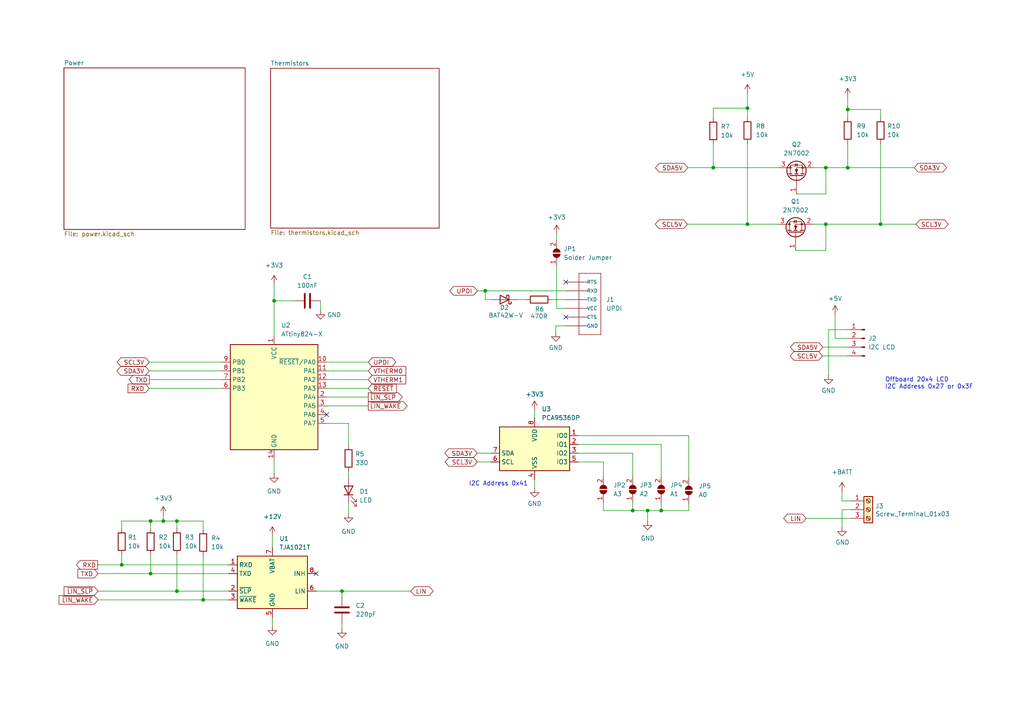
<source format=kicad_sch>
(kicad_sch (version 20211123) (generator eeschema)
  (paper "A4")
  (title_block (title "LINBus Coolant Temperature") (date "2023-02-18") (rev "1.0") (company "Gavin Hurlbut"))
  (lib_symbols
    (symbol "Beirdo:FTDI_BASICPTH" (pin_numbers hide) (pin_names (offset 1.016))
      (property "Reference" "J" (at -5.08 10.922 0))
      (property "Value" "FTDI_BASICPTH" (at -5.08 -10.16 0))
      (symbol "FTDI_BASICPTH_1_0"
        (polyline (pts (xy -5.08 10.16) (xy -5.08 -7.62)))
        (polyline (pts (xy -5.08 10.16) (xy 1.27 10.16)))
        (polyline (pts (xy -1.27 -5.08) (xy 0 -5.08)))
        (polyline (pts (xy -1.27 -2.54) (xy 0 -2.54)))
        (polyline (pts (xy -1.27 0) (xy 0 0)))
        (polyline (pts (xy -1.27 2.54) (xy 0 2.54)))
        (polyline (pts (xy -1.27 5.08) (xy 0 5.08)))
        (polyline (pts (xy -1.27 7.62) (xy 0 7.62)))
        (polyline (pts (xy 1.27 -7.62) (xy -5.08 -7.62)))
        (polyline (pts (xy 1.27 -7.62) (xy 1.27 10.16)))
      )
      (symbol "FTDI_BASICPTH_1_1"
        (pin passive line (at 5.08 -5.08 180) (length 5.08) (name "GND") (number "1"))
        (pin passive line (at 5.08 -2.54 180) (length 5.08) (name "CTS") (number "2"))
        (pin passive line (at 5.08 0 180) (length 5.08) (name "VCC") (number "3"))
        (pin passive line (at 5.08 2.54 180) (length 5.08) (name "TXD") (number "4"))
        (pin passive line (at 5.08 5.08 180) (length 5.08) (name "RXD") (number "5"))
        (pin passive line (at 5.08 7.62 180) (length 5.08) (name "RTS") (number "6"))
      )
    )
    (symbol "Connector:Conn_01x04_Male" (pin_names (offset 1.016) hide)
      (property "Reference" "J" (at 0 5.08 0))
      (property "Value" "Conn_01x04_Male" (at 0 -7.62 0))
      (symbol "Conn_01x04_Male_1_1"
        (polyline (pts (xy 1.27 -5.08) (xy 0.8636 -5.08)) (stroke (width 0.1524)))
        (polyline (pts (xy 1.27 -2.54) (xy 0.8636 -2.54)) (stroke (width 0.1524)))
        (polyline (pts (xy 1.27 0) (xy 0.8636 0)) (stroke (width 0.1524)))
        (polyline (pts (xy 1.27 2.54) (xy 0.8636 2.54)) (stroke (width 0.1524)))
        (rectangle (start 0.8636 -4.953) (end 0 -5.207) (stroke (width 0.1524)) (fill (type outline)))
        (rectangle (start 0.8636 -2.413) (end 0 -2.667) (stroke (width 0.1524)) (fill (type outline)))
        (rectangle (start 0.8636 0.127) (end 0 -0.127) (stroke (width 0.1524)) (fill (type outline)))
        (rectangle (start 0.8636 2.667) (end 0 2.413) (stroke (width 0.1524)) (fill (type outline)))
        (pin passive line (at 5.08 2.54 180) (length 3.81) (name "Pin_1") (number "1"))
        (pin passive line (at 5.08 0 180) (length 3.81) (name "Pin_2") (number "2"))
        (pin passive line (at 5.08 -2.54 180) (length 3.81) (name "Pin_3") (number "3"))
        (pin passive line (at 5.08 -5.08 180) (length 3.81) (name "Pin_4") (number "4"))
      )
    )
    (symbol "Connector:Screw_Terminal_01x03" (pin_names (offset 1.016) hide)
      (property "Reference" "J" (at 0 5.08 0))
      (property "Value" "Screw_Terminal_01x03" (at 0 -5.08 0))
      (symbol "Screw_Terminal_01x03_1_1"
        (rectangle (start -1.27 3.81) (end 1.27 -3.81) (stroke (width 0.254)) (fill (type background)))
        (circle (center 0 -2.54) (radius 0.635) (stroke (width 0.1524)))
        (polyline (pts (xy -0.5334 -2.2098) (xy 0.3302 -3.048)) (stroke (width 0.1524)))
        (polyline (pts (xy -0.5334 0.3302) (xy 0.3302 -0.508)) (stroke (width 0.1524)))
        (polyline (pts (xy -0.5334 2.8702) (xy 0.3302 2.032)) (stroke (width 0.1524)))
        (polyline (pts (xy -0.3556 -2.032) (xy 0.508 -2.8702)) (stroke (width 0.1524)))
        (polyline (pts (xy -0.3556 0.508) (xy 0.508 -0.3302)) (stroke (width 0.1524)))
        (polyline (pts (xy -0.3556 3.048) (xy 0.508 2.2098)) (stroke (width 0.1524)))
        (circle (center 0 0) (radius 0.635) (stroke (width 0.1524)))
        (circle (center 0 2.54) (radius 0.635) (stroke (width 0.1524)))
        (pin passive line (at -5.08 2.54 0) (length 3.81) (name "Pin_1") (number "1"))
        (pin passive line (at -5.08 0 0) (length 3.81) (name "Pin_2") (number "2"))
        (pin passive line (at -5.08 -2.54 0) (length 3.81) (name "Pin_3") (number "3"))
      )
    )
    (symbol "Device:C" (pin_numbers hide) (pin_names (offset 0.254))
      (property "Reference" "C" (at 0.635 2.54 0))
      (property "Value" "C" (at 0.635 -2.54 0))
      (symbol "C_0_1"
        (polyline (pts (xy -2.032 -0.762) (xy 2.032 -0.762)) (stroke (width 0.508)))
        (polyline (pts (xy -2.032 0.762) (xy 2.032 0.762)) (stroke (width 0.508)))
      )
      (symbol "C_1_1"
        (pin passive line (at 0 3.81 270) (length 2.794) (name "~") (number "1"))
        (pin passive line (at 0 -3.81 90) (length 2.794) (name "~") (number "2"))
      )
    )
    (symbol "Device:LED" (pin_numbers hide) (pin_names (offset 1.016) hide)
      (property "Reference" "D" (at 0 2.54 0))
      (property "Value" "LED" (at 0 -2.54 0))
      (symbol "LED_0_1"
        (polyline (pts (xy -1.27 -1.27) (xy -1.27 1.27)) (stroke (width 0.254)))
        (polyline (pts (xy -1.27 0) (xy 1.27 0)))
        (polyline (pts (xy 1.27 -1.27) (xy 1.27 1.27) (xy -1.27 0) (xy 1.27 -1.27)) (stroke (width 0.254)))
        (polyline (pts (xy -3.048 -0.762) (xy -4.572 -2.286) (xy -3.81 -2.286) (xy -4.572 -2.286) (xy -4.572 -1.524)))
        (polyline (pts (xy -1.778 -0.762) (xy -3.302 -2.286) (xy -2.54 -2.286) (xy -3.302 -2.286) (xy -3.302 -1.524)))
      )
      (symbol "LED_1_1"
        (pin passive line (at -3.81 0 0) (length 2.54) (name "K") (number "1"))
        (pin passive line (at 3.81 0 180) (length 2.54) (name "A") (number "2"))
      )
    )
    (symbol "Device:R" (pin_numbers hide) (pin_names (offset 0))
      (property "Reference" "R" (at 2.032 0 90))
      (property "Value" "R" (at 0 0 90))
      (symbol "R_0_1"
        (rectangle (start -1.016 -2.54) (end 1.016 2.54) (stroke (width 0.254)))
      )
      (symbol "R_1_1"
        (pin passive line (at 0 3.81 270) (length 1.27) (name "~") (number "1"))
        (pin passive line (at 0 -3.81 90) (length 1.27) (name "~") (number "2"))
      )
    )
    (symbol "Diode:BAT42W-V" (pin_numbers hide) (pin_names (offset 1.016) hide)
      (property "Reference" "D" (at 0 2.54 0))
      (property "Value" "BAT42W-V" (at 0 -2.54 0))
      (symbol "BAT42W-V_0_1"
        (polyline (pts (xy 1.27 0) (xy -1.27 0)))
        (polyline (pts (xy 1.27 1.27) (xy 1.27 -1.27) (xy -1.27 0) (xy 1.27 1.27)) (stroke (width 0.254)))
        (polyline (pts (xy -1.905 0.635) (xy -1.905 1.27) (xy -1.27 1.27) (xy -1.27 -1.27) (xy -0.635 -1.27) (xy -0.635 -0.635)) (stroke (width 0.254)))
      )
      (symbol "BAT42W-V_1_1"
        (pin passive line (at -3.81 0 0) (length 2.54) (name "K") (number "1"))
        (pin passive line (at 3.81 0 180) (length 2.54) (name "A") (number "2"))
      )
    )
    (symbol "GND_1" (power) (pin_names (offset 0))
      (property "Value" "GND_1" (at 0 -3.81 0))
      (symbol "GND_1_0_1"
        (polyline (pts (xy 0 0) (xy 0 -1.27) (xy 1.27 -1.27) (xy 0 -2.54) (xy -1.27 -1.27) (xy 0 -1.27)))
      )
      (symbol "GND_1_1_1"
        (pin power_in line (at 0 0 270) (length 0) hide (name "GND") (number "1"))
      )
    )
    (symbol "Interface_CAN_LIN:TJA1021T"
      (property "Reference" "U" (at -10.16 8.89 0))
      (property "Value" "TJA1021T" (at 1.27 8.89 0))
      (symbol "TJA1021T_0_1"
        (rectangle (start -10.16 7.62) (end 10.16 -7.62) (stroke (width 0.254)) (fill (type background)))
      )
      (symbol "TJA1021T_1_1"
        (pin open_collector line (at -12.7 5.08 0) (length 2.54) (name "RXD") (number "1"))
        (pin input line (at -12.7 -2.54 0) (length 2.54) (name "~{SLP}") (number "2"))
        (pin input line (at -12.7 -5.08 0) (length 2.54) (name "~{WAKE}") (number "3"))
        (pin input line (at -12.7 2.54 0) (length 2.54) (name "TXD") (number "4"))
        (pin power_in line (at 0 -10.16 90) (length 2.54) (name "GND") (number "5"))
        (pin bidirectional line (at 12.7 -2.54 180) (length 2.54) (name "LIN") (number "6"))
        (pin power_in line (at 0 10.16 270) (length 2.54) (name "VBAT") (number "7"))
        (pin output line (at 12.7 2.54 180) (length 2.54) (name "INH") (number "8"))
      )
    )
    (symbol "Interface_Expansion:PCA9536DP"
      (property "Reference" "U" (at -8.89 6.35 0))
      (property "Value" "PCA9536DP" (at 6.35 6.35 0))
      (symbol "PCA9536DP_0_1"
        (rectangle (start -10.16 5.08) (end 10.16 -7.62) (stroke (width 0.254)) (fill (type background)))
      )
      (symbol "PCA9536DP_1_1"
        (pin bidirectional line (at 12.7 2.54 180) (length 2.54) (name "IO0") (number "1"))
        (pin bidirectional line (at 12.7 0 180) (length 2.54) (name "IO1") (number "2"))
        (pin bidirectional line (at 12.7 -2.54 180) (length 2.54) (name "IO2") (number "3"))
        (pin power_in line (at 0 -10.16 90) (length 2.54) (name "VSS") (number "4"))
        (pin bidirectional line (at 12.7 -5.08 180) (length 2.54) (name "IO3") (number "5"))
        (pin input line (at -12.7 -5.08 0) (length 2.54) (name "SCL") (number "6"))
        (pin bidirectional line (at -12.7 -2.54 0) (length 2.54) (name "SDA") (number "7"))
        (pin power_in line (at 0 7.62 270) (length 2.54) (name "VDD") (number "8"))
      )
    )
    (symbol "Jumper:SolderJumper_2_Open" (pin_names (offset 0) hide)
      (property "Reference" "JP" (at 0 2.032 0))
      (property "Value" "SolderJumper_2_Open" (at 0 -2.54 0))
      (symbol "SolderJumper_2_Open_0_1"
        (arc (start -0.254 1.016) (mid -1.27 0) (end -0.254 -1.016))
        (arc (start -0.254 1.016) (mid -1.27 0) (end -0.254 -1.016) (fill (type outline)))
        (polyline (pts (xy -0.254 1.016) (xy -0.254 -1.016)))
        (polyline (pts (xy 0.254 1.016) (xy 0.254 -1.016)))
        (arc (start 0.254 -1.016) (mid 1.27 0) (end 0.254 1.016))
        (arc (start 0.254 -1.016) (mid 1.27 0) (end 0.254 1.016) (fill (type outline)))
      )
      (symbol "SolderJumper_2_Open_1_1"
        (pin passive line (at -3.81 0 0) (length 2.54) (name "A") (number "1"))
        (pin passive line (at 3.81 0 180) (length 2.54) (name "B") (number "2"))
      )
    )
    (symbol "MCU_Microchip_ATtiny:ATtiny824-X"
      (property "Reference" "U" (at -12.7 16.51 0))
      (property "Value" "ATtiny824-X" (at 2.54 -16.51 0))
      (symbol "ATtiny824-X_0_1"
        (rectangle (start -12.7 -15.24) (end 12.7 15.24) (stroke (width 0.254)) (fill (type background)))
      )
      (symbol "ATtiny824-X_1_1"
        (pin power_in line (at 0 17.78 270) (length 2.54) (name "VCC") (number "1"))
        (pin bidirectional line (at 15.24 10.16 180) (length 2.54) (name "~{RESET}/PA0") (number "10"))
        (pin bidirectional line (at 15.24 7.62 180) (length 2.54) (name "PA1") (number "11"))
        (pin bidirectional line (at 15.24 5.08 180) (length 2.54) (name "PA2") (number "12"))
        (pin bidirectional line (at 15.24 2.54 180) (length 2.54) (name "PA3") (number "13"))
        (pin power_in line (at 0 -17.78 90) (length 2.54) (name "GND") (number "14"))
        (pin bidirectional line (at 15.24 0 180) (length 2.54) (name "PA4") (number "2"))
        (pin bidirectional line (at 15.24 -2.54 180) (length 2.54) (name "PA5") (number "3"))
        (pin bidirectional line (at 15.24 -5.08 180) (length 2.54) (name "PA6") (number "4"))
        (pin bidirectional line (at 15.24 -7.62 180) (length 2.54) (name "PA7") (number "5"))
        (pin bidirectional line (at -15.24 2.54 0) (length 2.54) (name "PB3") (number "6"))
        (pin bidirectional line (at -15.24 5.08 0) (length 2.54) (name "PB2") (number "7"))
        (pin bidirectional line (at -15.24 7.62 0) (length 2.54) (name "PB1") (number "8"))
        (pin bidirectional line (at -15.24 10.16 0) (length 2.54) (name "PB0") (number "9"))
      )
    )
    (symbol "Transistor_FET:2N7002" (pin_names hide)
      (property "Reference" "Q" (at 5.08 1.905 0))
      (property "Value" "2N7002" (at 5.08 0 0))
      (symbol "2N7002_0_1"
        (polyline (pts (xy 0.254 0) (xy -2.54 0)))
        (polyline (pts (xy 0.254 1.905) (xy 0.254 -1.905)) (stroke (width 0.254)))
        (polyline (pts (xy 0.762 -1.27) (xy 0.762 -2.286)) (stroke (width 0.254)))
        (polyline (pts (xy 0.762 0.508) (xy 0.762 -0.508)) (stroke (width 0.254)))
        (polyline (pts (xy 0.762 2.286) (xy 0.762 1.27)) (stroke (width 0.254)))
        (polyline (pts (xy 2.54 2.54) (xy 2.54 1.778)))
        (polyline (pts (xy 2.54 -2.54) (xy 2.54 0) (xy 0.762 0)))
        (polyline (pts (xy 0.762 -1.778) (xy 3.302 -1.778) (xy 3.302 1.778) (xy 0.762 1.778)))
        (polyline (pts (xy 1.016 0) (xy 2.032 0.381) (xy 2.032 -0.381) (xy 1.016 0)) (fill (type outline)))
        (polyline (pts (xy 2.794 0.508) (xy 2.921 0.381) (xy 3.683 0.381) (xy 3.81 0.254)))
        (polyline (pts (xy 3.302 0.381) (xy 2.921 -0.254) (xy 3.683 -0.254) (xy 3.302 0.381)))
        (circle (center 1.651 0) (radius 2.794) (stroke (width 0.254)))
        (circle (center 2.54 -1.778) (radius 0.254) (fill (type outline)))
        (circle (center 2.54 1.778) (radius 0.254) (fill (type outline)))
      )
      (symbol "2N7002_1_1"
        (pin input line (at -5.08 0 0) (length 2.54) (name "G") (number "1"))
        (pin passive line (at 2.54 -5.08 90) (length 2.54) (name "S") (number "2"))
        (pin passive line (at 2.54 5.08 270) (length 2.54) (name "D") (number "3"))
      )
    )
    (symbol "power:+12V" (power) (pin_names (offset 0))
      (property "Value" "+12V" (at 0 3.556 0))
      (symbol "+12V_0_1"
        (polyline (pts (xy -0.762 1.27) (xy 0 2.54)))
        (polyline (pts (xy 0 0) (xy 0 2.54)))
        (polyline (pts (xy 0 2.54) (xy 0.762 1.27)))
      )
      (symbol "+12V_1_1"
        (pin power_in line (at 0 0 90) (length 0) hide (name "+12V") (number "1"))
      )
    )
    (symbol "power:+3V3" (power) (pin_names (offset 0))
      (property "Value" "+3V3" (at 0 3.556 0))
      (symbol "+3V3_0_1"
        (polyline (pts (xy -0.762 1.27) (xy 0 2.54)))
        (polyline (pts (xy 0 0) (xy 0 2.54)))
        (polyline (pts (xy 0 2.54) (xy 0.762 1.27)))
      )
      (symbol "+3V3_1_1"
        (pin power_in line (at 0 0 90) (length 0) hide (name "+3V3") (number "1"))
      )
    )
    (symbol "power:+5V" (power) (pin_names (offset 0))
      (property "Value" "+5V" (at 0 3.556 0))
      (symbol "+5V_0_1"
        (polyline (pts (xy -0.762 1.27) (xy 0 2.54)))
        (polyline (pts (xy 0 0) (xy 0 2.54)))
        (polyline (pts (xy 0 2.54) (xy 0.762 1.27)))
      )
      (symbol "+5V_1_1"
        (pin power_in line (at 0 0 90) (length 0) hide (name "+5V") (number "1"))
      )
    )
    (symbol "power:+BATT" (power) (pin_names (offset 0))
      (property "Value" "+BATT" (at 0 3.556 0))
      (symbol "+BATT_0_1"
        (polyline (pts (xy -0.762 1.27) (xy 0 2.54)))
        (polyline (pts (xy 0 0) (xy 0 2.54)))
        (polyline (pts (xy 0 2.54) (xy 0.762 1.27)))
      )
      (symbol "+BATT_1_1"
        (pin power_in line (at 0 0 90) (length 0) hide (name "+BATT") (number "1"))
      )
    )
    (symbol "power:GND" (power) (pin_names (offset 0))
      (property "Value" "GND" (at 0 -3.81 0))
      (symbol "GND_0_1"
        (polyline (pts (xy 0 0) (xy 0 -1.27) (xy 1.27 -1.27) (xy 0 -2.54) (xy -1.27 -1.27) (xy 0 -1.27)))
      )
      (symbol "GND_1_1"
        (pin power_in line (at 0 0 270) (length 0) hide (name "GND") (number "1"))
      )
    )
  )
  (junction (at 239.522 48.641))
  (junction (at 79.502 87.249))
  (junction (at 47.371 151.13))
  (junction (at 216.789 31.369))
  (junction (at 206.883 48.641))
  (junction (at 255.397 65.024))
  (junction (at 43.688 151.13))
  (junction (at 183.515 148.082))
  (junction (at 245.872 31.75))
  (junction (at 43.688 166.37))
  (junction (at 239.522 65.024))
  (junction (at 58.928 173.99))
  (junction (at 35.306 163.83))
  (junction (at 99.187 171.45))
  (junction (at 245.872 48.641))
  (junction (at 51.308 171.45))
  (junction (at 140.7414 84.3534))
  (junction (at 51.308 151.13))
  (junction (at 191.77 148.082))
  (junction (at 187.833 148.082))
  (junction (at 216.789 65.024))
  (no_connect (at 91.694 166.37))
  (no_connect (at 164.1094 91.9734))
  (no_connect (at 164.1094 81.8134))
  (no_connect (at 94.742 120.269))
  (wire (pts (xy 94.742 107.569) (xy 106.807 107.569)))
  (wire (pts (xy 175.006 133.985) (xy 175.006 138.176)))
  (wire (pts (xy 79.502 132.969) (xy 79.502 137.414)))
  (wire (pts (xy 199.771 146.05) (xy 199.771 148.082)))
  (wire (pts (xy 240.3094 108.8136) (xy 240.3094 95.6056)))
  (wire (pts (xy 43.688 166.37) (xy 66.294 166.37)))
  (wire (pts (xy 216.789 65.024) (xy 225.679 65.024)))
  (wire (pts (xy 58.928 161.163) (xy 58.928 173.99)))
  (wire (pts (xy 43.688 151.13) (xy 47.371 151.13)))
  (wire (pts (xy 161.4424 67.8434) (xy 161.4424 69.6214)))
  (wire (pts (xy 58.928 173.99) (xy 66.294 173.99)))
  (wire (pts (xy 47.371 151.13) (xy 51.308 151.13)))
  (wire (pts (xy 164.1094 94.5134) (xy 161.1884 94.5134)))
  (wire (pts (xy 58.928 151.13) (xy 58.928 153.543)))
  (wire (pts (xy 28.448 171.45) (xy 51.308 171.45)))
  (wire (pts (xy 242.2144 98.1456) (xy 245.7704 98.1456)))
  (wire (pts (xy 183.515 138.176) (xy 183.515 131.445)))
  (wire (pts (xy 79.502 82.423) (xy 79.502 87.249)))
  (wire (pts (xy 191.77 145.796) (xy 191.77 148.082)))
  (wire (pts (xy 79.502 87.249) (xy 79.502 97.409)))
  (wire (pts (xy 191.77 138.176) (xy 191.77 128.905)))
  (wire (pts (xy 245.872 48.641) (xy 265.176 48.641)))
  (wire (pts (xy 99.187 180.721) (xy 99.187 182.372)))
  (wire (pts (xy 239.522 56.261) (xy 239.522 48.641)))
  (wire (pts (xy 106.807 105.029) (xy 94.742 105.029)))
  (wire (pts (xy 245.872 31.75) (xy 255.397 31.75)))
  (wire (pts (xy 161.4424 77.2414) (xy 161.4424 89.4334)))
  (wire (pts (xy 199.517 48.641) (xy 206.883 48.641)))
  (wire (pts (xy 140.7414 84.3534) (xy 164.1094 84.3534)))
  (wire (pts (xy 35.306 160.909) (xy 35.306 163.83)))
  (wire (pts (xy 187.833 148.082) (xy 191.77 148.082)))
  (wire (pts (xy 138.4554 84.3534) (xy 140.7414 84.3534)))
  (wire (pts (xy 99.187 171.45) (xy 119.126 171.45)))
  (wire (pts (xy 138.43 131.445) (xy 142.367 131.445)))
  (wire (pts (xy 244.221 147.828) (xy 246.761 147.828)))
  (wire (pts (xy 43.688 160.909) (xy 43.688 166.37)))
  (wire (pts (xy 245.872 28.194) (xy 245.872 31.75)))
  (wire (pts (xy 51.308 151.13) (xy 51.308 153.289)))
  (wire (pts (xy 187.833 148.082) (xy 187.833 151.13)))
  (wire (pts (xy 183.515 148.082) (xy 187.833 148.082)))
  (wire (pts (xy 206.883 48.641) (xy 225.933 48.641)))
  (wire (pts (xy 94.742 112.649) (xy 106.807 112.649)))
  (wire (pts (xy 150.1394 86.8934) (xy 152.5524 86.8934)))
  (wire (pts (xy 231.013 56.261) (xy 239.522 56.261)))
  (wire (pts (xy 245.872 31.75) (xy 245.872 34.036)))
  (wire (pts (xy 94.742 122.809) (xy 101.092 122.809)))
  (wire (pts (xy 78.994 179.07) (xy 78.994 181.61)))
  (wire (pts (xy 230.759 72.644) (xy 239.522 72.644)))
  (wire (pts (xy 79.502 87.249) (xy 85.344 87.249)))
  (wire (pts (xy 235.839 65.024) (xy 239.522 65.024)))
  (wire (pts (xy 216.789 41.656) (xy 216.789 65.024)))
  (wire (pts (xy 246.761 150.368) (xy 233.807 150.368)))
  (wire (pts (xy 175.006 148.082) (xy 183.515 148.082)))
  (wire (pts (xy 94.742 110.109) (xy 106.807 110.109)))
  (wire (pts (xy 242.2144 91.1606) (xy 242.2144 98.1456)))
  (wire (pts (xy 78.994 155.321) (xy 78.994 158.75)))
  (wire (pts (xy 94.742 115.189) (xy 106.807 115.189)))
  (wire (pts (xy 183.515 131.445) (xy 167.767 131.445)))
  (wire (pts (xy 206.883 31.369) (xy 216.789 31.369)))
  (wire (pts (xy 239.522 72.644) (xy 239.522 65.024)))
  (wire (pts (xy 35.306 163.83) (xy 66.294 163.83)))
  (wire (pts (xy 51.308 160.909) (xy 51.308 171.45)))
  (wire (pts (xy 206.883 31.369) (xy 206.883 34.163)))
  (wire (pts (xy 238.6584 100.6856) (xy 245.7704 100.6856)))
  (wire (pts (xy 43.307 110.109) (xy 64.262 110.109)))
  (wire (pts (xy 244.221 152.908) (xy 244.221 147.828)))
  (wire (pts (xy 101.092 146.05) (xy 101.092 148.971)))
  (wire (pts (xy 43.307 112.649) (xy 64.262 112.649)))
  (wire (pts (xy 245.872 41.656) (xy 245.872 48.641)))
  (wire (pts (xy 51.308 171.45) (xy 66.294 171.45)))
  (wire (pts (xy 191.77 128.905) (xy 167.767 128.905)))
  (wire (pts (xy 142.5194 86.8934) (xy 140.7414 86.8934)))
  (wire (pts (xy 43.307 105.029) (xy 64.262 105.029)))
  (wire (pts (xy 91.694 171.45) (xy 99.187 171.45)))
  (wire (pts (xy 140.7414 86.8934) (xy 140.7414 84.3534)))
  (wire (pts (xy 51.308 151.13) (xy 58.928 151.13)))
  (wire (pts (xy 199.39 65.024) (xy 216.789 65.024)))
  (wire (pts (xy 43.688 151.13) (xy 43.688 153.289)))
  (wire (pts (xy 94.742 117.729) (xy 106.807 117.729)))
  (wire (pts (xy 240.3094 95.6056) (xy 245.7704 95.6056)))
  (wire (pts (xy 236.093 48.641) (xy 239.522 48.641)))
  (wire (pts (xy 183.515 145.796) (xy 183.515 148.082)))
  (wire (pts (xy 199.771 126.365) (xy 167.767 126.365)))
  (wire (pts (xy 43.307 107.569) (xy 64.262 107.569)))
  (wire (pts (xy 244.221 145.288) (xy 244.221 142.494)))
  (wire (pts (xy 239.522 65.024) (xy 255.397 65.024)))
  (wire (pts (xy 101.092 136.779) (xy 101.092 138.43)))
  (wire (pts (xy 35.306 151.13) (xy 43.688 151.13)))
  (wire (pts (xy 167.767 133.985) (xy 175.006 133.985)))
  (wire (pts (xy 161.1884 94.5134) (xy 161.1884 96.4184)))
  (wire (pts (xy 92.964 87.249) (xy 92.964 90.043)))
  (wire (pts (xy 101.092 122.809) (xy 101.092 129.159)))
  (wire (pts (xy 35.306 153.289) (xy 35.306 151.13)))
  (wire (pts (xy 164.1094 89.4334) (xy 161.4424 89.4334)))
  (wire (pts (xy 155.067 139.065) (xy 155.067 141.605)))
  (wire (pts (xy 244.221 145.288) (xy 246.761 145.288)))
  (wire (pts (xy 255.397 65.024) (xy 265.684 65.024)))
  (wire (pts (xy 255.397 41.656) (xy 255.397 65.024)))
  (wire (pts (xy 239.522 48.641) (xy 245.872 48.641)))
  (wire (pts (xy 238.5314 103.2256) (xy 245.7704 103.2256)))
  (wire (pts (xy 216.789 34.036) (xy 216.789 31.369)))
  (wire (pts (xy 28.448 173.99) (xy 58.928 173.99)))
  (wire (pts (xy 99.187 171.45) (xy 99.187 173.101)))
  (wire (pts (xy 28.321 163.83) (xy 35.306 163.83)))
  (wire (pts (xy 28.448 166.37) (xy 43.688 166.37)))
  (wire (pts (xy 199.771 138.43) (xy 199.771 126.365)))
  (wire (pts (xy 138.43 133.985) (xy 142.367 133.985)))
  (wire (pts (xy 47.371 149.479) (xy 47.371 151.13)))
  (wire (pts (xy 155.067 118.872) (xy 155.067 121.285)))
  (wire (pts (xy 160.1724 86.8934) (xy 164.1094 86.8934)))
  (wire (pts (xy 191.77 148.082) (xy 199.771 148.082)))
  (wire (pts (xy 206.883 41.783) (xy 206.883 48.641)))
  (wire (pts (xy 255.397 31.75) (xy 255.397 34.036)))
  (wire (pts (xy 216.789 27.051) (xy 216.789 31.369)))
  (wire (pts (xy 175.006 145.796) (xy 175.006 148.082)))
  (text "I2C Address 0x41" (at 135.9662 141.1224 0) (effects (font (size 1.27 1.27)) (justify left bottom)))
  (text "Offboard 20x4 LCD\nI2C Address 0x27 or 0x3F" (at 256.6924 113.0046 0) (effects (font (size 1.27 1.27)) (justify left bottom)))
  (global_label "VTHERM0" (shape input) (at 106.807 107.569 0) (property "Intersheet References" "${INTERSHEET_REFS}" (effects hide)))
  (global_label "~{LIN_SLP}" (shape output) (at 106.807 115.189 0) (property "Intersheet References" "${INTERSHEET_REFS}" (effects hide)))
  (global_label "~{LIN_SLP}" (shape input) (at 28.448 171.45 180) (property "Intersheet References" "${INTERSHEET_REFS}" (effects hide)))
  (global_label "RXD" (shape input) (at 43.307 112.649 180) (property "Intersheet References" "${INTERSHEET_REFS}" (effects hide)))
  (global_label "VTHERM1" (shape input) (at 106.807 110.109 0) (property "Intersheet References" "${INTERSHEET_REFS}" (effects hide)))
  (global_label "SCL3V" (shape bidirectional) (at 43.307 105.029 180) (property "Intersheet References" "${INTERSHEET_REFS}" (effects hide)))
  (global_label "SDA5V" (shape bidirectional) (at 199.517 48.641 180) (property "Intersheet References" "${INTERSHEET_REFS}" (effects hide)))
  (global_label "LIN" (shape bidirectional) (at 119.126 171.45 0) (property "Intersheet References" "${INTERSHEET_REFS}" (effects hide)))
  (global_label "~{LIN_WAKE}" (shape output) (at 106.807 117.729 0) (property "Intersheet References" "${INTERSHEET_REFS}" (effects hide)))
  (global_label "SDA3V" (shape bidirectional) (at 265.176 48.641 0) (property "Intersheet References" "${INTERSHEET_REFS}" (effects hide)))
  (global_label "LIN" (shape bidirectional) (at 233.807 150.368 180) (property "Intersheet References" "${INTERSHEET_REFS}" (effects hide)))
  (global_label "SCL5V" (shape bidirectional) (at 238.5314 103.2256 180) (property "Intersheet References" "${INTERSHEET_REFS}" (effects hide)))
  (global_label "SDA5V" (shape bidirectional) (at 238.6584 100.6856 180) (property "Intersheet References" "${INTERSHEET_REFS}" (effects hide)))
  (global_label "~{RESET}" (shape input) (at 106.807 112.649 0) (property "Intersheet References" "${INTERSHEET_REFS}" (effects hide)))
  (global_label "TXD" (shape input) (at 28.448 166.37 180) (property "Intersheet References" "${INTERSHEET_REFS}" (effects hide)))
  (global_label "~{LIN_WAKE}" (shape input) (at 28.448 173.99 180) (property "Intersheet References" "${INTERSHEET_REFS}" (effects hide)))
  (global_label "SDA3V" (shape bidirectional) (at 43.307 107.569 180) (property "Intersheet References" "${INTERSHEET_REFS}" (effects hide)))
  (global_label "SCL3V" (shape bidirectional) (at 138.43 133.985 180) (property "Intersheet References" "${INTERSHEET_REFS}" (effects hide)))
  (global_label "SCL5V" (shape bidirectional) (at 199.39 65.024 180) (property "Intersheet References" "${INTERSHEET_REFS}" (effects hide)))
  (global_label "SCL3V" (shape bidirectional) (at 265.684 65.024 0) (property "Intersheet References" "${INTERSHEET_REFS}" (effects hide)))
  (global_label "TXD" (shape output) (at 43.307 110.109 180) (property "Intersheet References" "${INTERSHEET_REFS}" (effects hide)))
  (global_label "SDA3V" (shape bidirectional) (at 138.43 131.445 180) (property "Intersheet References" "${INTERSHEET_REFS}" (effects hide)))
  (global_label "UPDI" (shape bidirectional) (at 106.807 105.029 0) (property "Intersheet References" "${INTERSHEET_REFS}" (effects hide)))
  (global_label "RXD" (shape output) (at 28.321 163.83 180) (property "Intersheet References" "${INTERSHEET_REFS}" (effects hide)))
  (global_label "UPDI" (shape bidirectional) (at 138.4554 84.3534 180) (property "Intersheet References" "${INTERSHEET_REFS}" (effects hide)))
  (symbol (lib_id "power:GND") (at 187.833 151.13 0) (unit 1)
    (property "Reference" "#PWR013" (effects hide))
    (property "Value" "GND" (at 187.833 156.1338 0))
  )
  (symbol (lib_id "Device:R") (at 216.789 37.846 0) (unit 1)
    (property "Reference" "R8" (at 219.202 36.5759 0) (effects (justify left)))
    (property "Value" "10k" (at 219.202 39.1159 0) (effects (justify left)))
    (property "Footprint" "Resistor_SMD:R_0805_2012Metric_Pad1.20x1.40mm_HandSolder" (effects hide))
  )
  (symbol (lib_id "Beirdo:FTDI_BASICPTH") (at 169.1894 89.4334 0) (mirror y) (unit 1)
    (property "Reference" "J1" (at 175.7934 86.8933 0) (effects (justify right)))
    (property "Value" "UPDI" (at 175.7934 89.4333 0) (effects (justify right)))
    (property "Footprint" "Beirdo:FTDI_BASIC" (effects hide))
  )
  (symbol (lib_id "power:GND") (at 155.067 141.605 0) (unit 1)
    (property "Reference" "#PWR010" (effects hide))
    (property "Value" "GND" (at 155.067 146.0754 0))
  )
  (symbol (lib_id "power:+3V3") (at 245.872 28.194 0) (unit 1)
    (property "Reference" "#PWR019" (effects hide))
    (property "Value" "+3V3" (at 245.872 22.86 0))
  )
  (symbol (lib_id "power:GND") (at 244.221 152.908 0) (unit 1)
    (property "Reference" "#PWR018" (effects hide))
    (property "Value" "GND" (at 244.348 157.3022 0))
  )
  (symbol (lib_id "Connector:Screw_Terminal_01x03") (at 251.841 147.828 0) (unit 1)
    (property "Reference" "J3" (at 253.873 146.7612 0) (effects (justify left)))
    (property "Value" "Screw_Terminal_01x03" (at 253.873 149.0726 0) (effects (justify left)))
    (property "Footprint" "TerminalBlock_TE-Connectivity:TerminalBlock_TE_282834-3_1x03_P2.54mm_Horizontal" (effects hide))
  )
  (symbol (lib_id "power:+3V3") (at 161.4424 67.8434 0) (unit 1)
    (property "Reference" "#PWR012" (effects hide))
    (property "Value" "+3V3" (at 161.4424 63.0174 0))
  )
  (symbol (lib_id "power:+BATT") (at 244.221 142.494 0) (unit 1)
    (property "Reference" "#PWR017" (effects hide))
    (property "Value" "+BATT" (at 244.221 136.906 0))
  )
  (symbol (lib_id "Jumper:SolderJumper_2_Open") (at 183.515 141.986 90) (unit 1)
    (property "Reference" "JP3" (at 185.4962 140.7159 90) (effects (justify right)))
    (property "Value" "A2" (at 185.4962 143.2559 90) (effects (justify right)))
    (property "Footprint" "Jumper:SolderJumper-2_P1.3mm_Open_TrianglePad1.0x1.5mm" (effects hide))
  )
  (symbol (lib_id "Device:R") (at 58.928 157.353 0) (unit 1)
    (property "Reference" "R4" (at 61.214 156.0829 0) (effects (justify left)))
    (property "Value" "10k" (at 61.214 158.6229 0) (effects (justify left)))
    (property "Footprint" "Resistor_SMD:R_0805_2012Metric_Pad1.20x1.40mm_HandSolder" (effects hide))
  )
  (symbol (lib_id "power:GND") (at 99.187 182.372 0) (unit 1)
    (property "Reference" "#PWR07" (effects hide))
    (property "Value" "GND" (at 99.187 187.452 0))
  )
  (symbol (lib_id "power:GND") (at 78.994 181.61 0) (unit 1)
    (property "Reference" "#PWR03" (effects hide))
    (property "Value" "GND" (at 78.994 186.69 0))
  )
  (symbol (lib_id "Device:R") (at 255.397 37.846 0) (unit 1)
    (property "Reference" "R10" (at 257.302 36.5759 0) (effects (justify left)))
    (property "Value" "10k" (at 257.302 39.1159 0) (effects (justify left)))
    (property "Footprint" "Resistor_SMD:R_0805_2012Metric_Pad1.20x1.40mm_HandSolder" (effects hide))
  )
  (symbol (lib_id "Jumper:SolderJumper_2_Open") (at 191.77 141.986 90) (unit 1)
    (property "Reference" "JP4" (at 194.31 140.7159 90) (effects (justify right)))
    (property "Value" "A1" (at 194.31 143.2559 90) (effects (justify right)))
    (property "Footprint" "Jumper:SolderJumper-2_P1.3mm_Open_TrianglePad1.0x1.5mm" (effects hide))
  )
  (symbol (lib_id "Device:R") (at 206.883 37.973 0) (unit 1)
    (property "Reference" "R7" (at 209.042 36.7029 0) (effects (justify left)))
    (property "Value" "10k" (at 209.042 39.2429 0) (effects (justify left)))
    (property "Footprint" "Resistor_SMD:R_0805_2012Metric_Pad1.20x1.40mm_HandSolder" (effects hide))
  )
  (symbol (lib_id "Jumper:SolderJumper_2_Open") (at 175.006 141.986 90) (unit 1)
    (property "Reference" "JP2" (at 177.8508 140.7159 90) (effects (justify right)))
    (property "Value" "A3" (at 177.8508 143.2559 90) (effects (justify right)))
    (property "Footprint" "Jumper:SolderJumper-2_P1.3mm_Open_TrianglePad1.0x1.5mm" (effects hide))
  )
  (symbol (lib_id "Device:R") (at 245.872 37.846 0) (unit 1)
    (property "Reference" "R9" (at 248.412 36.5759 0) (effects (justify left)))
    (property "Value" "10k" (at 248.412 39.1159 0) (effects (justify left)))
    (property "Footprint" "Resistor_SMD:R_0805_2012Metric_Pad1.20x1.40mm_HandSolder" (effects hide))
  )
  (symbol (lib_id "Device:R") (at 35.306 157.099 0) (unit 1)
    (property "Reference" "R1" (at 37.084 155.8289 0) (effects (justify left)))
    (property "Value" "10k" (at 37.084 158.3689 0) (effects (justify left)))
    (property "Footprint" "Resistor_SMD:R_0805_2012Metric_Pad1.20x1.40mm_HandSolder" (effects hide))
  )
  (symbol (lib_id "Device:C") (at 99.187 176.911 0) (unit 1)
    (property "Reference" "C2" (at 103.124 175.6409 0) (effects (justify left)))
    (property "Value" "220pF" (at 103.124 178.1809 0) (effects (justify left)))
    (property "Footprint" "Capacitor_SMD:C_0805_2012Metric_Pad1.18x1.45mm_HandSolder" (effects hide))
  )
  (symbol (lib_id "Device:LED") (at 101.092 142.24 90) (unit 1)
    (property "Reference" "D1" (at 104.267 142.5574 90) (effects (justify right)))
    (property "Value" "LED" (at 104.267 145.0974 90) (effects (justify right)))
    (property "Footprint" "LED_SMD:LED_0805_2012Metric_Pad1.15x1.40mm_HandSolder" (effects hide))
  )
  (symbol (lib_id "Transistor_FET:2N7002") (at 230.759 67.564 90) (unit 1)
    (property "Reference" "Q1" (at 230.759 58.42 90))
    (property "Value" "2N7002" (at 230.759 60.96 90))
    (property "Footprint" "Package_TO_SOT_SMD:SOT-23" (effects hide))
    (property "Datasheet" "https://www.onsemi.com/pub/Collateral/NDS7002A-D.PDF" (effects hide))
  )
  (symbol (lib_id "power:+5V") (at 242.2144 91.1606 0) (unit 1)
    (property "Reference" "#PWR016" (effects hide))
    (property "Value" "+5V" (at 242.2144 86.5886 0))
  )
  (symbol (lib_id "power:GND") (at 79.502 137.414 0) (unit 1)
    (property "Reference" "#PWR05" (effects hide))
    (property "Value" "GND" (at 79.502 142.494 0))
  )
  (symbol (lib_id "Transistor_FET:2N7002") (at 231.013 51.181 90) (unit 1)
    (property "Reference" "Q2" (at 231.013 41.91 90))
    (property "Value" "2N7002" (at 231.013 44.45 90))
    (property "Footprint" "Package_TO_SOT_SMD:SOT-23" (effects hide))
    (property "Datasheet" "https://www.onsemi.com/pub/Collateral/NDS7002A-D.PDF" (effects hide))
  )
  (symbol (lib_id "Connector:Conn_01x04_Male") (at 250.8504 98.1456 0) (mirror y) (unit 1)
    (property "Reference" "J2" (at 251.8664 98.1455 0) (effects (justify right)))
    (property "Value" "I2C LCD" (at 251.8664 100.6855 0) (effects (justify right)))
    (property "Footprint" "Connector_PinHeader_2.54mm:PinHeader_1x04_P2.54mm_Vertical" (effects hide))
  )
  (symbol (lib_id "Jumper:SolderJumper_2_Open") (at 199.771 142.24 90) (unit 1)
    (property "Reference" "JP5" (at 202.6158 140.9699 90) (effects (justify right)))
    (property "Value" "A0" (at 202.6158 143.5099 90) (effects (justify right)))
    (property "Footprint" "Jumper:SolderJumper-2_P1.3mm_Open_TrianglePad1.0x1.5mm" (effects hide))
  )
  (symbol (lib_id "power:GND") (at 240.3094 108.8136 0) (unit 1)
    (property "Reference" "#PWR015" (effects hide))
    (property "Value" "GND" (at 240.3094 113.2586 0))
  )
  (symbol (lib_id "Diode:BAT42W-V") (at 146.3294 86.8934 180) (unit 1)
    (property "Reference" "D2" (at 146.3294 89.1794 0))
    (property "Value" "BAT42W-V" (at 146.7104 91.4654 0))
    (property "Footprint" "Diode_SMD:D_SOD-123" (effects hide))
    (property "Datasheet" "http://www.vishay.com/docs/85660/bat42.pdf" (effects hide))
  )
  (symbol (lib_id "Interface_Expansion:PCA9536DP") (at 155.067 128.905 0) (unit 1)
    (property "Reference" "U3" (at 157.0864 118.6434 0) (effects (justify left)))
    (property "Value" "PCA9536DP" (at 157.0864 121.1834 0) (effects (justify left)))
    (property "Footprint" "Package_SO:TSSOP-8_3x3mm_P0.65mm" (effects hide))
    (property "Datasheet" "http://www.nxp.com/documents/data_sheet/PCA9536.pdf" (effects hide))
  )
  (symbol (lib_name "GND_1") (lib_id "power:GND") (at 161.1884 96.4184 0) (unit 1)
    (property "Reference" "#PWR011" (effects hide))
    (property "Value" "GND" (at 161.1884 100.8634 0))
  )
  (symbol (lib_id "MCU_Microchip_ATtiny:ATtiny824-X") (at 79.502 115.189 0) (unit 1)
    (property "Reference" "U2" (at 81.5214 94.361 0) (effects (justify left)))
    (property "Value" "ATtiny824-X" (at 81.5214 96.901 0) (effects (justify left)))
    (property "Footprint" "Package_SO:TSSOP-14_4.4x5mm_P0.65mm" (effects hide))
    (property "Datasheet" "https://ww1.microchip.com/downloads/en/DeviceDoc/ATtiny424-426-427-824-826-827-DataSheet-DS40002311A.pdf" (effects hide))
  )
  (symbol (lib_id "power:+5V") (at 216.789 27.051 0) (unit 1)
    (property "Reference" "#PWR014" (effects hide))
    (property "Value" "+5V" (at 216.789 21.59 0))
  )
  (symbol (lib_id "power:+3V3") (at 155.067 118.872 0) (unit 1)
    (property "Reference" "#PWR09" (effects hide))
    (property "Value" "+3V3" (at 155.067 114.3508 0))
  )
  (symbol (lib_id "Device:R") (at 43.688 157.099 0) (unit 1)
    (property "Reference" "R2" (at 45.974 155.8289 0) (effects (justify left)))
    (property "Value" "10k" (at 45.974 158.3689 0) (effects (justify left)))
    (property "Footprint" "Resistor_SMD:R_0805_2012Metric_Pad1.20x1.40mm_HandSolder" (effects hide))
  )
  (symbol (lib_id "Device:R") (at 101.092 132.969 0) (unit 1)
    (property "Reference" "R5" (at 102.997 131.6989 0) (effects (justify left)))
    (property "Value" "330" (at 102.997 134.2389 0) (effects (justify left)))
    (property "Footprint" "Resistor_SMD:R_0805_2012Metric_Pad1.20x1.40mm_HandSolder" (effects hide))
  )
  (symbol (lib_id "Device:R") (at 51.308 157.099 0) (unit 1)
    (property "Reference" "R3" (at 53.594 155.8289 0) (effects (justify left)))
    (property "Value" "10k" (at 53.594 158.3689 0) (effects (justify left)))
    (property "Footprint" "Resistor_SMD:R_0805_2012Metric_Pad1.20x1.40mm_HandSolder" (effects hide))
  )
  (symbol (lib_id "Jumper:SolderJumper_2_Open") (at 161.4424 73.4314 90) (unit 1)
    (property "Reference" "JP1" (at 163.4744 72.1613 90) (effects (justify right)))
    (property "Value" "Solder Jumper" (at 163.4744 74.7013 90) (effects (justify right)))
    (property "Footprint" "Jumper:SolderJumper-2_P1.3mm_Open_TrianglePad1.0x1.5mm" (effects hide))
  )
  (symbol (lib_id "power:GND") (at 101.092 148.971 0) (unit 1)
    (property "Reference" "#PWR08" (effects hide))
    (property "Value" "GND" (at 101.092 154.178 0))
  )
  (symbol (lib_id "power:GND") (at 92.964 90.043 0) (unit 1)
    (property "Reference" "#PWR06" (effects hide))
    (property "Value" "GND" (at 94.869 91.3129 0) (effects (justify left)))
  )
  (symbol (lib_id "Device:C") (at 89.154 87.249 270) (unit 1)
    (property "Reference" "C1" (at 89.154 80.264 90))
    (property "Value" "100nF" (at 89.154 82.804 90))
    (property "Footprint" "Capacitor_SMD:C_0805_2012Metric_Pad1.18x1.45mm_HandSolder" (effects hide))
  )
  (symbol (lib_id "Interface_CAN_LIN:TJA1021T") (at 78.994 168.91 0) (unit 1)
    (property "Reference" "U1" (at 81.0134 156.21 0) (effects (justify left)))
    (property "Value" "TJA1021T" (at 81.0134 158.75 0) (effects (justify left)))
    (property "Footprint" "Package_SO:SOIC-8_3.9x4.9mm_P1.27mm" (effects hide))
    (property "Datasheet" "http://www.nxp.com/documents/data_sheet/TJA1021.pdf" (effects hide))
  )
  (symbol (lib_id "power:+12V") (at 78.994 155.321 0) (unit 1)
    (property "Reference" "#PWR02" (effects hide))
    (property "Value" "+12V" (at 78.994 149.86 0))
  )
  (symbol (lib_id "power:+3V3") (at 47.371 149.479 0) (unit 1)
    (property "Reference" "#PWR01" (effects hide))
    (property "Value" "+3V3" (at 47.371 144.526 0))
  )
  (symbol (lib_id "power:+3V3") (at 79.502 82.423 0) (unit 1)
    (property "Reference" "#PWR04" (effects hide))
    (property "Value" "+3V3" (at 79.502 76.962 0))
  )
  (symbol (lib_id "Device:R") (at 156.3624 86.8934 90) (unit 1)
    (property "Reference" "R6" (at 156.4894 89.6874 90))
    (property "Value" "470R" (at 156.3624 91.7194 90))
    (property "Footprint" "Resistor_SMD:R_0805_2012Metric_Pad1.20x1.40mm_HandSolder" (effects hide))
  )
  (sheet (at 78.486 19.812) (size 48.895 46.355) (stroke (width 0.1524))
    (property "Sheet name" "Thermistors" (at 78.486 19.1004 0) (effects (justify left bottom)))
    (property "Sheet file" "thermistors.kicad_sch" (at 78.486 66.7516 0) (effects (justify left top)))
  )
  (sheet (at 18.542 19.685) (size 52.578 46.863) (stroke (width 0.1524))
    (property "Sheet name" "Power" (at 18.542 18.9734 0) (effects (justify left bottom)))
    (property "Sheet file" "power.kicad_sch" (at 18.542 67.1326 0) (effects (justify left top)))
  )
)
</source>
